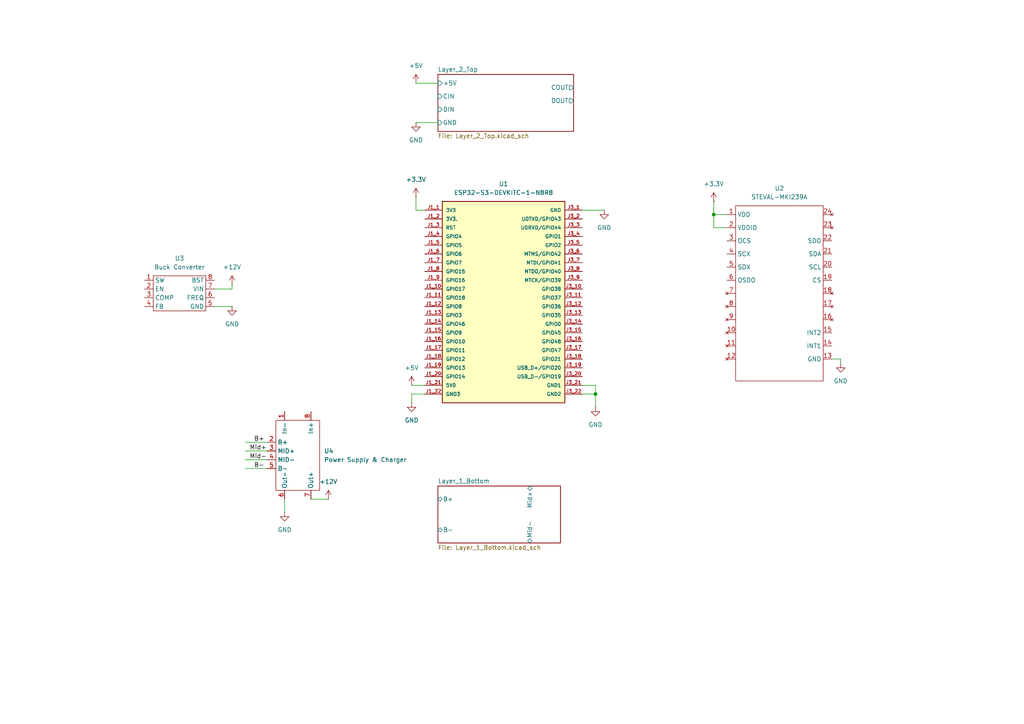
<source format=kicad_sch>
(kicad_sch
	(version 20250114)
	(generator "eeschema")
	(generator_version "9.0")
	(uuid "f709486d-613a-44bb-9859-6d5f77e05693")
	(paper "A4")
	(lib_symbols
		(symbol "ESP32-S3-DEVKITC-1-N8R8:ESP32-S3-DEVKITC-1-N8R8"
			(pin_names
				(offset 1.016)
			)
			(exclude_from_sim no)
			(in_bom yes)
			(on_board yes)
			(property "Reference" "U"
				(at -17.78 35.56 0)
				(effects
					(font
						(size 1.27 1.27)
					)
					(justify left top)
				)
			)
			(property "Value" "ESP32-S3-DEVKITC-1-N8R8"
				(at -17.78 -27.94 0)
				(effects
					(font
						(size 1.27 1.27)
					)
					(justify left bottom)
				)
			)
			(property "Footprint" "ESP32-S3-DEVKITC-1-N8R8:ESP32-S3-DEVKITC-1-N8R8"
				(at 0 0 0)
				(effects
					(font
						(size 1.27 1.27)
					)
					(justify bottom)
					(hide yes)
				)
			)
			(property "Datasheet" ""
				(at 0 0 0)
				(effects
					(font
						(size 1.27 1.27)
					)
					(hide yes)
				)
			)
			(property "Description" ""
				(at 0 0 0)
				(effects
					(font
						(size 1.27 1.27)
					)
					(hide yes)
				)
			)
			(property "DigiKey_Part_Number" "1965-ESP32-S3-DEVKITC-1-N8R8-ND"
				(at 0 0 0)
				(effects
					(font
						(size 1.27 1.27)
					)
					(justify bottom)
					(hide yes)
				)
			)
			(property "SnapEDA_Link" "https://www.snapeda.com/parts/ESP32-S3-DEVKITC-1-N8R8/Espressif+Systems/view-part/?ref=snap"
				(at 0 0 0)
				(effects
					(font
						(size 1.27 1.27)
					)
					(justify bottom)
					(hide yes)
				)
			)
			(property "Description_1" "The ESP32-S3-DEVKITC-1-N8R8 from Espressif Systems is a development board designed for RF, RFID, and wireless applications. It supports 802.11 b/g/n Wi-Fi and Bluetooth® 5.x (BLE) connectivity at 2.4GHz, making it ideal for IoT and wireless communication projects. This board is powered by the ESP32-S3-WROOM-1-N8R8 module, which features 8MB Quad SPI Flash and 8MB Octal SPI for efficient memory storage and processing."
				(at 0 0 0)
				(effects
					(font
						(size 1.27 1.27)
					)
					(justify bottom)
					(hide yes)
				)
			)
			(property "MF" "Espressif Systems"
				(at 0 0 0)
				(effects
					(font
						(size 1.27 1.27)
					)
					(justify bottom)
					(hide yes)
				)
			)
			(property "Package" "None"
				(at 0 0 0)
				(effects
					(font
						(size 1.27 1.27)
					)
					(justify bottom)
					(hide yes)
				)
			)
			(property "Check_prices" "https://www.snapeda.com/parts/ESP32-S3-DEVKITC-1-N8R8/Espressif+Systems/view-part/?ref=eda"
				(at 0 0 0)
				(effects
					(font
						(size 1.27 1.27)
					)
					(justify bottom)
					(hide yes)
				)
			)
			(property "MP" "ESP32-S3-DEVKITC-1-N8R8"
				(at 0 0 0)
				(effects
					(font
						(size 1.27 1.27)
					)
					(justify bottom)
					(hide yes)
				)
			)
			(symbol "ESP32-S3-DEVKITC-1-N8R8_0_0"
				(rectangle
					(start -17.78 -25.4)
					(end 17.78 33.02)
					(stroke
						(width 0.254)
						(type default)
					)
					(fill
						(type background)
					)
				)
				(pin power_in line
					(at -22.86 30.48 0)
					(length 5.08)
					(name "3V3"
						(effects
							(font
								(size 1.016 1.016)
							)
						)
					)
					(number "J1_1"
						(effects
							(font
								(size 1.016 1.016)
							)
						)
					)
				)
				(pin power_in line
					(at -22.86 27.94 0)
					(length 5.08)
					(name "3V3."
						(effects
							(font
								(size 1.016 1.016)
							)
						)
					)
					(number "J1_2"
						(effects
							(font
								(size 1.016 1.016)
							)
						)
					)
				)
				(pin input line
					(at -22.86 25.4 0)
					(length 5.08)
					(name "RST"
						(effects
							(font
								(size 1.016 1.016)
							)
						)
					)
					(number "J1_3"
						(effects
							(font
								(size 1.016 1.016)
							)
						)
					)
				)
				(pin bidirectional line
					(at -22.86 22.86 0)
					(length 5.08)
					(name "GPIO4"
						(effects
							(font
								(size 1.016 1.016)
							)
						)
					)
					(number "J1_4"
						(effects
							(font
								(size 1.016 1.016)
							)
						)
					)
				)
				(pin bidirectional line
					(at -22.86 20.32 0)
					(length 5.08)
					(name "GPIO5"
						(effects
							(font
								(size 1.016 1.016)
							)
						)
					)
					(number "J1_5"
						(effects
							(font
								(size 1.016 1.016)
							)
						)
					)
				)
				(pin bidirectional line
					(at -22.86 17.78 0)
					(length 5.08)
					(name "GPIO6"
						(effects
							(font
								(size 1.016 1.016)
							)
						)
					)
					(number "J1_6"
						(effects
							(font
								(size 1.016 1.016)
							)
						)
					)
				)
				(pin bidirectional line
					(at -22.86 15.24 0)
					(length 5.08)
					(name "GPIO7"
						(effects
							(font
								(size 1.016 1.016)
							)
						)
					)
					(number "J1_7"
						(effects
							(font
								(size 1.016 1.016)
							)
						)
					)
				)
				(pin bidirectional line
					(at -22.86 12.7 0)
					(length 5.08)
					(name "GPIO15"
						(effects
							(font
								(size 1.016 1.016)
							)
						)
					)
					(number "J1_8"
						(effects
							(font
								(size 1.016 1.016)
							)
						)
					)
				)
				(pin bidirectional line
					(at -22.86 10.16 0)
					(length 5.08)
					(name "GPIO16"
						(effects
							(font
								(size 1.016 1.016)
							)
						)
					)
					(number "J1_9"
						(effects
							(font
								(size 1.016 1.016)
							)
						)
					)
				)
				(pin bidirectional line
					(at -22.86 7.62 0)
					(length 5.08)
					(name "GPIO17"
						(effects
							(font
								(size 1.016 1.016)
							)
						)
					)
					(number "J1_10"
						(effects
							(font
								(size 1.016 1.016)
							)
						)
					)
				)
				(pin bidirectional line
					(at -22.86 5.08 0)
					(length 5.08)
					(name "GPIO18"
						(effects
							(font
								(size 1.016 1.016)
							)
						)
					)
					(number "J1_11"
						(effects
							(font
								(size 1.016 1.016)
							)
						)
					)
				)
				(pin bidirectional line
					(at -22.86 2.54 0)
					(length 5.08)
					(name "GPIO8"
						(effects
							(font
								(size 1.016 1.016)
							)
						)
					)
					(number "J1_12"
						(effects
							(font
								(size 1.016 1.016)
							)
						)
					)
				)
				(pin bidirectional line
					(at -22.86 0 0)
					(length 5.08)
					(name "GPIO3"
						(effects
							(font
								(size 1.016 1.016)
							)
						)
					)
					(number "J1_13"
						(effects
							(font
								(size 1.016 1.016)
							)
						)
					)
				)
				(pin bidirectional line
					(at -22.86 -2.54 0)
					(length 5.08)
					(name "GPIO46"
						(effects
							(font
								(size 1.016 1.016)
							)
						)
					)
					(number "J1_14"
						(effects
							(font
								(size 1.016 1.016)
							)
						)
					)
				)
				(pin bidirectional line
					(at -22.86 -5.08 0)
					(length 5.08)
					(name "GPIO9"
						(effects
							(font
								(size 1.016 1.016)
							)
						)
					)
					(number "J1_15"
						(effects
							(font
								(size 1.016 1.016)
							)
						)
					)
				)
				(pin bidirectional line
					(at -22.86 -7.62 0)
					(length 5.08)
					(name "GPIO10"
						(effects
							(font
								(size 1.016 1.016)
							)
						)
					)
					(number "J1_16"
						(effects
							(font
								(size 1.016 1.016)
							)
						)
					)
				)
				(pin bidirectional line
					(at -22.86 -10.16 0)
					(length 5.08)
					(name "GPIO11"
						(effects
							(font
								(size 1.016 1.016)
							)
						)
					)
					(number "J1_17"
						(effects
							(font
								(size 1.016 1.016)
							)
						)
					)
				)
				(pin bidirectional line
					(at -22.86 -12.7 0)
					(length 5.08)
					(name "GPIO12"
						(effects
							(font
								(size 1.016 1.016)
							)
						)
					)
					(number "J1_18"
						(effects
							(font
								(size 1.016 1.016)
							)
						)
					)
				)
				(pin bidirectional line
					(at -22.86 -15.24 0)
					(length 5.08)
					(name "GPIO13"
						(effects
							(font
								(size 1.016 1.016)
							)
						)
					)
					(number "J1_19"
						(effects
							(font
								(size 1.016 1.016)
							)
						)
					)
				)
				(pin bidirectional line
					(at -22.86 -17.78 0)
					(length 5.08)
					(name "GPIO14"
						(effects
							(font
								(size 1.016 1.016)
							)
						)
					)
					(number "J1_20"
						(effects
							(font
								(size 1.016 1.016)
							)
						)
					)
				)
				(pin power_in line
					(at -22.86 -20.32 0)
					(length 5.08)
					(name "5V0"
						(effects
							(font
								(size 1.016 1.016)
							)
						)
					)
					(number "J1_21"
						(effects
							(font
								(size 1.016 1.016)
							)
						)
					)
				)
				(pin power_in line
					(at -22.86 -22.86 0)
					(length 5.08)
					(name "GND3"
						(effects
							(font
								(size 1.016 1.016)
							)
						)
					)
					(number "J1_22"
						(effects
							(font
								(size 1.016 1.016)
							)
						)
					)
				)
				(pin power_in line
					(at 22.86 30.48 180)
					(length 5.08)
					(name "GND"
						(effects
							(font
								(size 1.016 1.016)
							)
						)
					)
					(number "J3_1"
						(effects
							(font
								(size 1.016 1.016)
							)
						)
					)
				)
				(pin bidirectional line
					(at 22.86 27.94 180)
					(length 5.08)
					(name "U0TXD/GPIO43"
						(effects
							(font
								(size 1.016 1.016)
							)
						)
					)
					(number "J3_2"
						(effects
							(font
								(size 1.016 1.016)
							)
						)
					)
				)
				(pin bidirectional line
					(at 22.86 25.4 180)
					(length 5.08)
					(name "U0RXD/GPIO44"
						(effects
							(font
								(size 1.016 1.016)
							)
						)
					)
					(number "J3_3"
						(effects
							(font
								(size 1.016 1.016)
							)
						)
					)
				)
				(pin bidirectional line
					(at 22.86 22.86 180)
					(length 5.08)
					(name "GPIO1"
						(effects
							(font
								(size 1.016 1.016)
							)
						)
					)
					(number "J3_4"
						(effects
							(font
								(size 1.016 1.016)
							)
						)
					)
				)
				(pin bidirectional line
					(at 22.86 20.32 180)
					(length 5.08)
					(name "GPIO2"
						(effects
							(font
								(size 1.016 1.016)
							)
						)
					)
					(number "J3_5"
						(effects
							(font
								(size 1.016 1.016)
							)
						)
					)
				)
				(pin bidirectional line
					(at 22.86 17.78 180)
					(length 5.08)
					(name "MTMS/GPIO42"
						(effects
							(font
								(size 1.016 1.016)
							)
						)
					)
					(number "J3_6"
						(effects
							(font
								(size 1.016 1.016)
							)
						)
					)
				)
				(pin bidirectional line
					(at 22.86 15.24 180)
					(length 5.08)
					(name "MTDI/GPIO41"
						(effects
							(font
								(size 1.016 1.016)
							)
						)
					)
					(number "J3_7"
						(effects
							(font
								(size 1.016 1.016)
							)
						)
					)
				)
				(pin bidirectional line
					(at 22.86 12.7 180)
					(length 5.08)
					(name "MTDO/GPIO40"
						(effects
							(font
								(size 1.016 1.016)
							)
						)
					)
					(number "J3_8"
						(effects
							(font
								(size 1.016 1.016)
							)
						)
					)
				)
				(pin bidirectional line
					(at 22.86 10.16 180)
					(length 5.08)
					(name "MTCK/GPIO39"
						(effects
							(font
								(size 1.016 1.016)
							)
						)
					)
					(number "J3_9"
						(effects
							(font
								(size 1.016 1.016)
							)
						)
					)
				)
				(pin bidirectional line
					(at 22.86 7.62 180)
					(length 5.08)
					(name "GPIO38"
						(effects
							(font
								(size 1.016 1.016)
							)
						)
					)
					(number "J3_10"
						(effects
							(font
								(size 1.016 1.016)
							)
						)
					)
				)
				(pin bidirectional line
					(at 22.86 5.08 180)
					(length 5.08)
					(name "GPIO37"
						(effects
							(font
								(size 1.016 1.016)
							)
						)
					)
					(number "J3_11"
						(effects
							(font
								(size 1.016 1.016)
							)
						)
					)
				)
				(pin bidirectional line
					(at 22.86 2.54 180)
					(length 5.08)
					(name "GPIO36"
						(effects
							(font
								(size 1.016 1.016)
							)
						)
					)
					(number "J3_12"
						(effects
							(font
								(size 1.016 1.016)
							)
						)
					)
				)
				(pin bidirectional line
					(at 22.86 0 180)
					(length 5.08)
					(name "GPIO35"
						(effects
							(font
								(size 1.016 1.016)
							)
						)
					)
					(number "J3_13"
						(effects
							(font
								(size 1.016 1.016)
							)
						)
					)
				)
				(pin bidirectional line
					(at 22.86 -2.54 180)
					(length 5.08)
					(name "GPIO0"
						(effects
							(font
								(size 1.016 1.016)
							)
						)
					)
					(number "J3_14"
						(effects
							(font
								(size 1.016 1.016)
							)
						)
					)
				)
				(pin bidirectional line
					(at 22.86 -5.08 180)
					(length 5.08)
					(name "GPIO45"
						(effects
							(font
								(size 1.016 1.016)
							)
						)
					)
					(number "J3_15"
						(effects
							(font
								(size 1.016 1.016)
							)
						)
					)
				)
				(pin bidirectional line
					(at 22.86 -7.62 180)
					(length 5.08)
					(name "GPIO48"
						(effects
							(font
								(size 1.016 1.016)
							)
						)
					)
					(number "J3_16"
						(effects
							(font
								(size 1.016 1.016)
							)
						)
					)
				)
				(pin bidirectional line
					(at 22.86 -10.16 180)
					(length 5.08)
					(name "GPIO47"
						(effects
							(font
								(size 1.016 1.016)
							)
						)
					)
					(number "J3_17"
						(effects
							(font
								(size 1.016 1.016)
							)
						)
					)
				)
				(pin bidirectional line
					(at 22.86 -12.7 180)
					(length 5.08)
					(name "GPIO21"
						(effects
							(font
								(size 1.016 1.016)
							)
						)
					)
					(number "J3_18"
						(effects
							(font
								(size 1.016 1.016)
							)
						)
					)
				)
				(pin bidirectional line
					(at 22.86 -15.24 180)
					(length 5.08)
					(name "USB_D+/GPIO20"
						(effects
							(font
								(size 1.016 1.016)
							)
						)
					)
					(number "J3_19"
						(effects
							(font
								(size 1.016 1.016)
							)
						)
					)
				)
				(pin bidirectional line
					(at 22.86 -17.78 180)
					(length 5.08)
					(name "USB_D-/GPIO19"
						(effects
							(font
								(size 1.016 1.016)
							)
						)
					)
					(number "J3_20"
						(effects
							(font
								(size 1.016 1.016)
							)
						)
					)
				)
				(pin power_in line
					(at 22.86 -20.32 180)
					(length 5.08)
					(name "GND1"
						(effects
							(font
								(size 1.016 1.016)
							)
						)
					)
					(number "J3_21"
						(effects
							(font
								(size 1.016 1.016)
							)
						)
					)
				)
				(pin power_in line
					(at 22.86 -22.86 180)
					(length 5.08)
					(name "GND2"
						(effects
							(font
								(size 1.016 1.016)
							)
						)
					)
					(number "J3_22"
						(effects
							(font
								(size 1.016 1.016)
							)
						)
					)
				)
			)
			(embedded_fonts no)
		)
		(symbol "power:+12V"
			(power)
			(pin_numbers
				(hide yes)
			)
			(pin_names
				(offset 0)
				(hide yes)
			)
			(exclude_from_sim no)
			(in_bom yes)
			(on_board yes)
			(property "Reference" "#PWR"
				(at 0 -3.81 0)
				(effects
					(font
						(size 1.27 1.27)
					)
					(hide yes)
				)
			)
			(property "Value" "+12V"
				(at 0 3.556 0)
				(effects
					(font
						(size 1.27 1.27)
					)
				)
			)
			(property "Footprint" ""
				(at 0 0 0)
				(effects
					(font
						(size 1.27 1.27)
					)
					(hide yes)
				)
			)
			(property "Datasheet" ""
				(at 0 0 0)
				(effects
					(font
						(size 1.27 1.27)
					)
					(hide yes)
				)
			)
			(property "Description" "Power symbol creates a global label with name \"+12V\""
				(at 0 0 0)
				(effects
					(font
						(size 1.27 1.27)
					)
					(hide yes)
				)
			)
			(property "ki_keywords" "global power"
				(at 0 0 0)
				(effects
					(font
						(size 1.27 1.27)
					)
					(hide yes)
				)
			)
			(symbol "+12V_0_1"
				(polyline
					(pts
						(xy -0.762 1.27) (xy 0 2.54)
					)
					(stroke
						(width 0)
						(type default)
					)
					(fill
						(type none)
					)
				)
				(polyline
					(pts
						(xy 0 2.54) (xy 0.762 1.27)
					)
					(stroke
						(width 0)
						(type default)
					)
					(fill
						(type none)
					)
				)
				(polyline
					(pts
						(xy 0 0) (xy 0 2.54)
					)
					(stroke
						(width 0)
						(type default)
					)
					(fill
						(type none)
					)
				)
			)
			(symbol "+12V_1_1"
				(pin power_in line
					(at 0 0 90)
					(length 0)
					(name "~"
						(effects
							(font
								(size 1.27 1.27)
							)
						)
					)
					(number "1"
						(effects
							(font
								(size 1.27 1.27)
							)
						)
					)
				)
			)
			(embedded_fonts no)
		)
		(symbol "power:+3.3V"
			(power)
			(pin_numbers
				(hide yes)
			)
			(pin_names
				(offset 0)
				(hide yes)
			)
			(exclude_from_sim no)
			(in_bom yes)
			(on_board yes)
			(property "Reference" "#PWR"
				(at 0 -3.81 0)
				(effects
					(font
						(size 1.27 1.27)
					)
					(hide yes)
				)
			)
			(property "Value" "+3.3V"
				(at 0 3.556 0)
				(effects
					(font
						(size 1.27 1.27)
					)
				)
			)
			(property "Footprint" ""
				(at 0 0 0)
				(effects
					(font
						(size 1.27 1.27)
					)
					(hide yes)
				)
			)
			(property "Datasheet" ""
				(at 0 0 0)
				(effects
					(font
						(size 1.27 1.27)
					)
					(hide yes)
				)
			)
			(property "Description" "Power symbol creates a global label with name \"+3.3V\""
				(at 0 0 0)
				(effects
					(font
						(size 1.27 1.27)
					)
					(hide yes)
				)
			)
			(property "ki_keywords" "global power"
				(at 0 0 0)
				(effects
					(font
						(size 1.27 1.27)
					)
					(hide yes)
				)
			)
			(symbol "+3.3V_0_1"
				(polyline
					(pts
						(xy -0.762 1.27) (xy 0 2.54)
					)
					(stroke
						(width 0)
						(type default)
					)
					(fill
						(type none)
					)
				)
				(polyline
					(pts
						(xy 0 2.54) (xy 0.762 1.27)
					)
					(stroke
						(width 0)
						(type default)
					)
					(fill
						(type none)
					)
				)
				(polyline
					(pts
						(xy 0 0) (xy 0 2.54)
					)
					(stroke
						(width 0)
						(type default)
					)
					(fill
						(type none)
					)
				)
			)
			(symbol "+3.3V_1_1"
				(pin power_in line
					(at 0 0 90)
					(length 0)
					(name "~"
						(effects
							(font
								(size 1.27 1.27)
							)
						)
					)
					(number "1"
						(effects
							(font
								(size 1.27 1.27)
							)
						)
					)
				)
			)
			(embedded_fonts no)
		)
		(symbol "power:+5V"
			(power)
			(pin_numbers
				(hide yes)
			)
			(pin_names
				(offset 0)
				(hide yes)
			)
			(exclude_from_sim no)
			(in_bom yes)
			(on_board yes)
			(property "Reference" "#PWR"
				(at 0 -3.81 0)
				(effects
					(font
						(size 1.27 1.27)
					)
					(hide yes)
				)
			)
			(property "Value" "+5V"
				(at 0 3.556 0)
				(effects
					(font
						(size 1.27 1.27)
					)
				)
			)
			(property "Footprint" ""
				(at 0 0 0)
				(effects
					(font
						(size 1.27 1.27)
					)
					(hide yes)
				)
			)
			(property "Datasheet" ""
				(at 0 0 0)
				(effects
					(font
						(size 1.27 1.27)
					)
					(hide yes)
				)
			)
			(property "Description" "Power symbol creates a global label with name \"+5V\""
				(at 0 0 0)
				(effects
					(font
						(size 1.27 1.27)
					)
					(hide yes)
				)
			)
			(property "ki_keywords" "global power"
				(at 0 0 0)
				(effects
					(font
						(size 1.27 1.27)
					)
					(hide yes)
				)
			)
			(symbol "+5V_0_1"
				(polyline
					(pts
						(xy -0.762 1.27) (xy 0 2.54)
					)
					(stroke
						(width 0)
						(type default)
					)
					(fill
						(type none)
					)
				)
				(polyline
					(pts
						(xy 0 2.54) (xy 0.762 1.27)
					)
					(stroke
						(width 0)
						(type default)
					)
					(fill
						(type none)
					)
				)
				(polyline
					(pts
						(xy 0 0) (xy 0 2.54)
					)
					(stroke
						(width 0)
						(type default)
					)
					(fill
						(type none)
					)
				)
			)
			(symbol "+5V_1_1"
				(pin power_in line
					(at 0 0 90)
					(length 0)
					(name "~"
						(effects
							(font
								(size 1.27 1.27)
							)
						)
					)
					(number "1"
						(effects
							(font
								(size 1.27 1.27)
							)
						)
					)
				)
			)
			(embedded_fonts no)
		)
		(symbol "power:GND"
			(power)
			(pin_numbers
				(hide yes)
			)
			(pin_names
				(offset 0)
				(hide yes)
			)
			(exclude_from_sim no)
			(in_bom yes)
			(on_board yes)
			(property "Reference" "#PWR"
				(at 0 -6.35 0)
				(effects
					(font
						(size 1.27 1.27)
					)
					(hide yes)
				)
			)
			(property "Value" "GND"
				(at 0 -3.81 0)
				(effects
					(font
						(size 1.27 1.27)
					)
				)
			)
			(property "Footprint" ""
				(at 0 0 0)
				(effects
					(font
						(size 1.27 1.27)
					)
					(hide yes)
				)
			)
			(property "Datasheet" ""
				(at 0 0 0)
				(effects
					(font
						(size 1.27 1.27)
					)
					(hide yes)
				)
			)
			(property "Description" "Power symbol creates a global label with name \"GND\" , ground"
				(at 0 0 0)
				(effects
					(font
						(size 1.27 1.27)
					)
					(hide yes)
				)
			)
			(property "ki_keywords" "global power"
				(at 0 0 0)
				(effects
					(font
						(size 1.27 1.27)
					)
					(hide yes)
				)
			)
			(symbol "GND_0_1"
				(polyline
					(pts
						(xy 0 0) (xy 0 -1.27) (xy 1.27 -1.27) (xy 0 -2.54) (xy -1.27 -1.27) (xy 0 -1.27)
					)
					(stroke
						(width 0)
						(type default)
					)
					(fill
						(type none)
					)
				)
			)
			(symbol "GND_1_1"
				(pin power_in line
					(at 0 0 270)
					(length 0)
					(name "~"
						(effects
							(font
								(size 1.27 1.27)
							)
						)
					)
					(number "1"
						(effects
							(font
								(size 1.27 1.27)
							)
						)
					)
				)
			)
			(embedded_fonts no)
		)
		(symbol "spinning_top:EGBO_UPS"
			(exclude_from_sim no)
			(in_bom yes)
			(on_board yes)
			(property "Reference" "U"
				(at 0 0 0)
				(effects
					(font
						(size 1.27 1.27)
					)
				)
			)
			(property "Value" "Power Supply & Charger"
				(at 0 0 0)
				(effects
					(font
						(size 1.27 1.27)
					)
				)
			)
			(property "Footprint" ""
				(at 0 0 0)
				(effects
					(font
						(size 1.27 1.27)
					)
					(hide yes)
				)
			)
			(property "Datasheet" ""
				(at 0 0 0)
				(effects
					(font
						(size 1.27 1.27)
					)
					(hide yes)
				)
			)
			(property "Description" ""
				(at 0 0 0)
				(effects
					(font
						(size 1.27 1.27)
					)
					(hide yes)
				)
			)
			(symbol "EGBO_UPS_0_1"
				(rectangle
					(start -6.35 10.16)
					(end 6.35 -10.16)
					(stroke
						(width 0)
						(type default)
					)
					(fill
						(type none)
					)
				)
				(rectangle
					(start 3.81 -3.81)
					(end 3.81 -3.81)
					(stroke
						(width 0)
						(type default)
					)
					(fill
						(type none)
					)
				)
			)
			(symbol "EGBO_UPS_1_1"
				(pin bidirectional line
					(at -8.89 3.81 0)
					(length 2.54)
					(name "B+"
						(effects
							(font
								(size 1.27 1.27)
							)
						)
					)
					(number "2"
						(effects
							(font
								(size 1.27 1.27)
							)
						)
					)
				)
				(pin bidirectional line
					(at -8.89 1.27 0)
					(length 2.54)
					(name "MID+"
						(effects
							(font
								(size 1.27 1.27)
							)
						)
					)
					(number "3"
						(effects
							(font
								(size 1.27 1.27)
							)
						)
					)
				)
				(pin bidirectional line
					(at -8.89 -1.27 0)
					(length 2.54)
					(name "MID-"
						(effects
							(font
								(size 1.27 1.27)
							)
						)
					)
					(number "4"
						(effects
							(font
								(size 1.27 1.27)
							)
						)
					)
				)
				(pin bidirectional line
					(at -8.89 -3.81 0)
					(length 2.54)
					(name "B-"
						(effects
							(font
								(size 1.27 1.27)
							)
						)
					)
					(number "5"
						(effects
							(font
								(size 1.27 1.27)
							)
						)
					)
				)
				(pin power_in line
					(at -3.81 12.7 270)
					(length 2.54)
					(name "In-"
						(effects
							(font
								(size 1.27 1.27)
							)
						)
					)
					(number "1"
						(effects
							(font
								(size 1.27 1.27)
							)
						)
					)
				)
				(pin power_out line
					(at -3.81 -12.7 90)
					(length 2.54)
					(name "Out-"
						(effects
							(font
								(size 1.27 1.27)
							)
						)
					)
					(number "6"
						(effects
							(font
								(size 1.27 1.27)
							)
						)
					)
				)
				(pin power_in line
					(at 3.81 12.7 270)
					(length 2.54)
					(name "In+"
						(effects
							(font
								(size 1.27 1.27)
							)
						)
					)
					(number "8"
						(effects
							(font
								(size 1.27 1.27)
							)
						)
					)
				)
				(pin power_out line
					(at 3.81 -12.7 90)
					(length 2.54)
					(name "Out+"
						(effects
							(font
								(size 1.27 1.27)
							)
						)
					)
					(number "7"
						(effects
							(font
								(size 1.27 1.27)
							)
						)
					)
				)
			)
			(embedded_fonts no)
		)
		(symbol "spinning_top:MP1584EN"
			(exclude_from_sim no)
			(in_bom yes)
			(on_board yes)
			(property "Reference" "U"
				(at 0 0 0)
				(effects
					(font
						(size 1.27 1.27)
					)
				)
			)
			(property "Value" "Buck Converter"
				(at 0 0 0)
				(effects
					(font
						(size 1.27 1.27)
					)
				)
			)
			(property "Footprint" ""
				(at 0 0 0)
				(effects
					(font
						(size 1.27 1.27)
					)
					(hide yes)
				)
			)
			(property "Datasheet" ""
				(at 0 0 0)
				(effects
					(font
						(size 1.27 1.27)
					)
					(hide yes)
				)
			)
			(property "Description" ""
				(at 0 0 0)
				(effects
					(font
						(size 1.27 1.27)
					)
					(hide yes)
				)
			)
			(symbol "MP1584EN_0_1"
				(rectangle
					(start -7.62 5.08)
					(end 7.62 -5.08)
					(stroke
						(width 0)
						(type default)
					)
					(fill
						(type none)
					)
				)
			)
			(symbol "MP1584EN_1_1"
				(pin output line
					(at -10.16 3.81 0)
					(length 2.54)
					(name "SW"
						(effects
							(font
								(size 1.27 1.27)
							)
						)
					)
					(number "1"
						(effects
							(font
								(size 1.27 1.27)
							)
						)
					)
				)
				(pin input line
					(at -10.16 1.27 0)
					(length 2.54)
					(name "EN"
						(effects
							(font
								(size 1.27 1.27)
							)
						)
					)
					(number "2"
						(effects
							(font
								(size 1.27 1.27)
							)
						)
					)
				)
				(pin output line
					(at -10.16 -1.27 0)
					(length 2.54)
					(name "COMP"
						(effects
							(font
								(size 1.27 1.27)
							)
						)
					)
					(number "3"
						(effects
							(font
								(size 1.27 1.27)
							)
						)
					)
				)
				(pin input line
					(at -10.16 -3.81 0)
					(length 2.54)
					(name "FB"
						(effects
							(font
								(size 1.27 1.27)
							)
						)
					)
					(number "4"
						(effects
							(font
								(size 1.27 1.27)
							)
						)
					)
				)
				(pin input line
					(at 10.16 3.81 180)
					(length 2.54)
					(name "BST"
						(effects
							(font
								(size 1.27 1.27)
							)
						)
					)
					(number "8"
						(effects
							(font
								(size 1.27 1.27)
							)
						)
					)
				)
				(pin input line
					(at 10.16 1.27 180)
					(length 2.54)
					(name "VIN"
						(effects
							(font
								(size 1.27 1.27)
							)
						)
					)
					(number "7"
						(effects
							(font
								(size 1.27 1.27)
							)
						)
					)
				)
				(pin input line
					(at 10.16 -1.27 180)
					(length 2.54)
					(name "FREQ"
						(effects
							(font
								(size 1.27 1.27)
							)
						)
					)
					(number "6"
						(effects
							(font
								(size 1.27 1.27)
							)
						)
					)
				)
				(pin input line
					(at 10.16 -3.81 180)
					(length 2.54)
					(name "GND"
						(effects
							(font
								(size 1.27 1.27)
							)
						)
					)
					(number "5"
						(effects
							(font
								(size 1.27 1.27)
							)
						)
					)
				)
			)
			(embedded_fonts no)
		)
		(symbol "spinning_top:STEVAL-MKI239A"
			(exclude_from_sim no)
			(in_bom yes)
			(on_board yes)
			(property "Reference" "U"
				(at 0 0 0)
				(effects
					(font
						(size 1.27 1.27)
					)
				)
			)
			(property "Value" "STEVAL-MKI239A"
				(at 0 0 0)
				(effects
					(font
						(size 1.27 1.27)
					)
				)
			)
			(property "Footprint" ""
				(at 0 0 0)
				(effects
					(font
						(size 1.27 1.27)
					)
					(hide yes)
				)
			)
			(property "Datasheet" ""
				(at 0 0 0)
				(effects
					(font
						(size 1.27 1.27)
					)
					(hide yes)
				)
			)
			(property "Description" ""
				(at 0 0 0)
				(effects
					(font
						(size 1.27 1.27)
					)
					(hide yes)
				)
			)
			(symbol "STEVAL-MKI239A_0_1"
				(rectangle
					(start -12.7 25.4)
					(end 12.7 -25.4)
					(stroke
						(width 0)
						(type default)
					)
					(fill
						(type none)
					)
				)
			)
			(symbol "STEVAL-MKI239A_1_1"
				(pin power_in line
					(at -15.24 22.86 0)
					(length 2.54)
					(name "VDD"
						(effects
							(font
								(size 1.27 1.27)
							)
						)
					)
					(number "1"
						(effects
							(font
								(size 1.27 1.27)
							)
						)
					)
				)
				(pin power_in line
					(at -15.24 19.05 0)
					(length 2.54)
					(name "VDDIO"
						(effects
							(font
								(size 1.27 1.27)
							)
						)
					)
					(number "2"
						(effects
							(font
								(size 1.27 1.27)
							)
						)
					)
				)
				(pin input line
					(at -15.24 15.24 0)
					(length 2.54)
					(name "OCS"
						(effects
							(font
								(size 1.27 1.27)
							)
						)
					)
					(number "3"
						(effects
							(font
								(size 1.27 1.27)
							)
						)
					)
				)
				(pin input line
					(at -15.24 11.43 0)
					(length 2.54)
					(name "SCX"
						(effects
							(font
								(size 1.27 1.27)
							)
						)
					)
					(number "4"
						(effects
							(font
								(size 1.27 1.27)
							)
						)
					)
				)
				(pin input line
					(at -15.24 7.62 0)
					(length 2.54)
					(name "SDX"
						(effects
							(font
								(size 1.27 1.27)
							)
						)
					)
					(number "5"
						(effects
							(font
								(size 1.27 1.27)
							)
						)
					)
				)
				(pin output line
					(at -15.24 3.81 0)
					(length 2.54)
					(name "OSDO"
						(effects
							(font
								(size 1.27 1.27)
							)
						)
					)
					(number "6"
						(effects
							(font
								(size 1.27 1.27)
							)
						)
					)
				)
				(pin no_connect line
					(at -15.24 0 0)
					(length 2.54)
					(name ""
						(effects
							(font
								(size 1.27 1.27)
							)
						)
					)
					(number "7"
						(effects
							(font
								(size 1.27 1.27)
							)
						)
					)
				)
				(pin no_connect line
					(at -15.24 -3.81 0)
					(length 2.54)
					(name ""
						(effects
							(font
								(size 1.27 1.27)
							)
						)
					)
					(number "8"
						(effects
							(font
								(size 1.27 1.27)
							)
						)
					)
				)
				(pin no_connect line
					(at -15.24 -7.62 0)
					(length 2.54)
					(name ""
						(effects
							(font
								(size 1.27 1.27)
							)
						)
					)
					(number "9"
						(effects
							(font
								(size 1.27 1.27)
							)
						)
					)
				)
				(pin no_connect line
					(at -15.24 -11.43 0)
					(length 2.54)
					(name ""
						(effects
							(font
								(size 1.27 1.27)
							)
						)
					)
					(number "10"
						(effects
							(font
								(size 1.27 1.27)
							)
						)
					)
				)
				(pin no_connect line
					(at -15.24 -15.24 0)
					(length 2.54)
					(name ""
						(effects
							(font
								(size 1.27 1.27)
							)
						)
					)
					(number "11"
						(effects
							(font
								(size 1.27 1.27)
							)
						)
					)
				)
				(pin no_connect line
					(at -15.24 -19.05 0)
					(length 2.54)
					(name ""
						(effects
							(font
								(size 1.27 1.27)
							)
						)
					)
					(number "12"
						(effects
							(font
								(size 1.27 1.27)
							)
						)
					)
				)
				(pin no_connect line
					(at 15.24 22.86 180)
					(length 2.54)
					(name ""
						(effects
							(font
								(size 1.27 1.27)
							)
						)
					)
					(number "24"
						(effects
							(font
								(size 1.27 1.27)
							)
						)
					)
				)
				(pin no_connect line
					(at 15.24 19.05 180)
					(length 2.54)
					(name ""
						(effects
							(font
								(size 1.27 1.27)
							)
						)
					)
					(number "23"
						(effects
							(font
								(size 1.27 1.27)
							)
						)
					)
				)
				(pin output line
					(at 15.24 15.24 180)
					(length 2.54)
					(name "SDO"
						(effects
							(font
								(size 1.27 1.27)
							)
						)
					)
					(number "22"
						(effects
							(font
								(size 1.27 1.27)
							)
						)
					)
				)
				(pin bidirectional line
					(at 15.24 11.43 180)
					(length 2.54)
					(name "SDA"
						(effects
							(font
								(size 1.27 1.27)
							)
						)
					)
					(number "21"
						(effects
							(font
								(size 1.27 1.27)
							)
						)
					)
				)
				(pin input line
					(at 15.24 7.62 180)
					(length 2.54)
					(name "SCL"
						(effects
							(font
								(size 1.27 1.27)
							)
						)
					)
					(number "20"
						(effects
							(font
								(size 1.27 1.27)
							)
						)
					)
				)
				(pin input line
					(at 15.24 3.81 180)
					(length 2.54)
					(name "CS"
						(effects
							(font
								(size 1.27 1.27)
							)
						)
					)
					(number "19"
						(effects
							(font
								(size 1.27 1.27)
							)
						)
					)
				)
				(pin no_connect line
					(at 15.24 0 180)
					(length 2.54)
					(name ""
						(effects
							(font
								(size 1.27 1.27)
							)
						)
					)
					(number "18"
						(effects
							(font
								(size 1.27 1.27)
							)
						)
					)
				)
				(pin no_connect line
					(at 15.24 -3.81 180)
					(length 2.54)
					(name ""
						(effects
							(font
								(size 1.27 1.27)
							)
						)
					)
					(number "17"
						(effects
							(font
								(size 1.27 1.27)
							)
						)
					)
				)
				(pin no_connect line
					(at 15.24 -7.62 180)
					(length 2.54)
					(name ""
						(effects
							(font
								(size 1.27 1.27)
							)
						)
					)
					(number "16"
						(effects
							(font
								(size 1.27 1.27)
							)
						)
					)
				)
				(pin input line
					(at 15.24 -11.43 180)
					(length 2.54)
					(name "INT2"
						(effects
							(font
								(size 1.27 1.27)
							)
						)
					)
					(number "15"
						(effects
							(font
								(size 1.27 1.27)
							)
						)
					)
				)
				(pin input line
					(at 15.24 -15.24 180)
					(length 2.54)
					(name "INT1"
						(effects
							(font
								(size 1.27 1.27)
							)
						)
					)
					(number "14"
						(effects
							(font
								(size 1.27 1.27)
							)
						)
					)
				)
				(pin power_in line
					(at 15.24 -19.05 180)
					(length 2.54)
					(name "GND"
						(effects
							(font
								(size 1.27 1.27)
							)
						)
					)
					(number "13"
						(effects
							(font
								(size 1.27 1.27)
							)
						)
					)
				)
			)
			(embedded_fonts no)
		)
	)
	(junction
		(at 172.72 114.3)
		(diameter 0)
		(color 0 0 0 0)
		(uuid "0bc6b49b-cd42-4063-b89a-efc7d0b5d0db")
	)
	(junction
		(at 207.01 62.23)
		(diameter 0)
		(color 0 0 0 0)
		(uuid "24201fbd-fb30-4e8c-bbcd-8196fdafaeb7")
	)
	(wire
		(pts
			(xy 120.65 24.13) (xy 127 24.13)
		)
		(stroke
			(width 0)
			(type default)
		)
		(uuid "0b2e98f3-c201-486c-8a97-075c505b67ed")
	)
	(wire
		(pts
			(xy 119.38 114.3) (xy 119.38 116.84)
		)
		(stroke
			(width 0)
			(type default)
		)
		(uuid "0e42b665-eaaa-4421-943a-cabb1dd21414")
	)
	(wire
		(pts
			(xy 120.65 35.56) (xy 127 35.56)
		)
		(stroke
			(width 0)
			(type default)
		)
		(uuid "0fb0aa52-6325-4555-82da-8d19d08e22ba")
	)
	(wire
		(pts
			(xy 172.72 114.3) (xy 172.72 118.11)
		)
		(stroke
			(width 0)
			(type default)
		)
		(uuid "1668d635-3c5c-45d3-9b8e-589d9134e2e0")
	)
	(wire
		(pts
			(xy 168.91 111.76) (xy 172.72 111.76)
		)
		(stroke
			(width 0)
			(type default)
		)
		(uuid "26f3d60d-b89d-4667-84d3-527a12761966")
	)
	(wire
		(pts
			(xy 210.82 66.04) (xy 207.01 66.04)
		)
		(stroke
			(width 0)
			(type default)
		)
		(uuid "27fa3732-9d79-405b-9b97-a0bc5c05da25")
	)
	(wire
		(pts
			(xy 243.84 104.14) (xy 243.84 105.41)
		)
		(stroke
			(width 0)
			(type default)
		)
		(uuid "2e68fbe9-6668-4410-95d4-3f6768cf6bc0")
	)
	(wire
		(pts
			(xy 123.19 114.3) (xy 119.38 114.3)
		)
		(stroke
			(width 0)
			(type default)
		)
		(uuid "3a1a6603-5deb-4e7a-9942-79f29840bad7")
	)
	(wire
		(pts
			(xy 207.01 66.04) (xy 207.01 62.23)
		)
		(stroke
			(width 0)
			(type default)
		)
		(uuid "43f4a719-a85d-461a-a542-63be4339110e")
	)
	(wire
		(pts
			(xy 67.31 82.55) (xy 67.31 83.82)
		)
		(stroke
			(width 0)
			(type default)
		)
		(uuid "511f2943-404c-48e8-8a63-000b47362961")
	)
	(wire
		(pts
			(xy 90.17 144.78) (xy 95.25 144.78)
		)
		(stroke
			(width 0)
			(type default)
		)
		(uuid "533473f2-5c77-49fa-a37a-d068523e8c65")
	)
	(wire
		(pts
			(xy 241.3 104.14) (xy 243.84 104.14)
		)
		(stroke
			(width 0)
			(type default)
		)
		(uuid "640b2837-3c21-4a81-9b26-30d4b7057f1e")
	)
	(wire
		(pts
			(xy 120.65 57.15) (xy 120.65 60.96)
		)
		(stroke
			(width 0)
			(type default)
		)
		(uuid "64cbc8f2-d4e0-46f2-a2fe-02491f911158")
	)
	(wire
		(pts
			(xy 71.12 128.27) (xy 77.47 128.27)
		)
		(stroke
			(width 0)
			(type default)
		)
		(uuid "652ffcc4-4cf2-465f-99be-08e11b73ffef")
	)
	(wire
		(pts
			(xy 120.65 60.96) (xy 123.19 60.96)
		)
		(stroke
			(width 0)
			(type default)
		)
		(uuid "6c940ac9-cfb7-4b3e-9b5d-3aa81c063d8f")
	)
	(wire
		(pts
			(xy 62.23 83.82) (xy 67.31 83.82)
		)
		(stroke
			(width 0)
			(type default)
		)
		(uuid "711fa028-e114-4e6d-aaf5-9bd241a173b1")
	)
	(wire
		(pts
			(xy 71.12 130.81) (xy 77.47 130.81)
		)
		(stroke
			(width 0)
			(type default)
		)
		(uuid "843cb129-9598-419a-936a-73e372eba09f")
	)
	(wire
		(pts
			(xy 168.91 60.96) (xy 175.26 60.96)
		)
		(stroke
			(width 0)
			(type default)
		)
		(uuid "8a725dee-f2d4-4e3e-bcb2-079a0c4eb629")
	)
	(wire
		(pts
			(xy 119.38 111.76) (xy 123.19 111.76)
		)
		(stroke
			(width 0)
			(type default)
		)
		(uuid "9b9bd250-46ec-4599-91b6-be8b1277a542")
	)
	(wire
		(pts
			(xy 71.12 135.89) (xy 77.47 135.89)
		)
		(stroke
			(width 0)
			(type default)
		)
		(uuid "9d717e46-e621-4818-ab69-0c6db6a3a43c")
	)
	(wire
		(pts
			(xy 62.23 88.9) (xy 67.31 88.9)
		)
		(stroke
			(width 0)
			(type default)
		)
		(uuid "a4495c51-2697-45f6-8e9b-b32eb7e1a1b8")
	)
	(wire
		(pts
			(xy 207.01 58.42) (xy 207.01 62.23)
		)
		(stroke
			(width 0)
			(type default)
		)
		(uuid "b66502f5-a71c-4bad-b1fb-a1bb6e62608c")
	)
	(wire
		(pts
			(xy 172.72 111.76) (xy 172.72 114.3)
		)
		(stroke
			(width 0)
			(type default)
		)
		(uuid "bbd29d30-2af6-44e1-81d7-3933f1bfc1e7")
	)
	(wire
		(pts
			(xy 168.91 114.3) (xy 172.72 114.3)
		)
		(stroke
			(width 0)
			(type default)
		)
		(uuid "c1cfc03e-6674-4d17-93cd-73d56ce6fe50")
	)
	(wire
		(pts
			(xy 71.12 133.35) (xy 77.47 133.35)
		)
		(stroke
			(width 0)
			(type default)
		)
		(uuid "c37f58f9-8fb6-4126-abdf-7158f5042bdd")
	)
	(wire
		(pts
			(xy 210.82 62.23) (xy 207.01 62.23)
		)
		(stroke
			(width 0)
			(type default)
		)
		(uuid "cbbb4b90-45ff-4f78-ab3e-77a333362c39")
	)
	(wire
		(pts
			(xy 82.55 144.78) (xy 82.55 148.59)
		)
		(stroke
			(width 0)
			(type default)
		)
		(uuid "fcbd5396-ce51-4035-ace8-434716aa3dd8")
	)
	(label "3.3v_jyro"
		(at 207.01 58.42 0)
		(effects
			(font
				(size 0.0254 0.0254)
			)
			(justify left bottom)
		)
		(uuid "06be755a-ed80-409f-babf-ad2a6ef491aa")
	)
	(label "Mid-"
		(at 72.39 133.35 0)
		(effects
			(font
				(size 1.27 1.27)
			)
			(justify left bottom)
		)
		(uuid "6252974d-3dc3-4024-98a7-93b955393840")
	)
	(label "B+"
		(at 73.66 128.27 0)
		(effects
			(font
				(size 1.27 1.27)
			)
			(justify left bottom)
		)
		(uuid "bef89618-ee5e-4c3e-a964-cc331ab9f936")
	)
	(label "B-"
		(at 73.66 135.89 0)
		(effects
			(font
				(size 1.27 1.27)
			)
			(justify left bottom)
		)
		(uuid "ed0e4136-d827-454b-aded-268fda4256c5")
	)
	(label "Mid+"
		(at 72.39 130.81 0)
		(effects
			(font
				(size 1.27 1.27)
			)
			(justify left bottom)
		)
		(uuid "f06f4ca1-24f2-422f-93c1-3459cc0a6298")
	)
	(symbol
		(lib_id "power:+5V")
		(at 119.38 111.76 0)
		(unit 1)
		(exclude_from_sim no)
		(in_bom yes)
		(on_board yes)
		(dnp no)
		(fields_autoplaced yes)
		(uuid "1153566a-f537-47c7-bd3a-14cdb4cce6f1")
		(property "Reference" "#PWR04"
			(at 119.38 115.57 0)
			(effects
				(font
					(size 1.27 1.27)
				)
				(hide yes)
			)
		)
		(property "Value" "+5V"
			(at 119.38 106.68 0)
			(effects
				(font
					(size 1.27 1.27)
				)
			)
		)
		(property "Footprint" ""
			(at 119.38 111.76 0)
			(effects
				(font
					(size 1.27 1.27)
				)
				(hide yes)
			)
		)
		(property "Datasheet" ""
			(at 119.38 111.76 0)
			(effects
				(font
					(size 1.27 1.27)
				)
				(hide yes)
			)
		)
		(property "Description" "Power symbol creates a global label with name \"+5V\""
			(at 119.38 111.76 0)
			(effects
				(font
					(size 1.27 1.27)
				)
				(hide yes)
			)
		)
		(pin "1"
			(uuid "47f3b75e-f15d-460e-8257-0f849efc436b")
		)
		(instances
			(project ""
				(path "/f709486d-613a-44bb-9859-6d5f77e05693"
					(reference "#PWR04")
					(unit 1)
				)
			)
		)
	)
	(symbol
		(lib_id "spinning_top:EGBO_UPS")
		(at 86.36 132.08 0)
		(unit 1)
		(exclude_from_sim no)
		(in_bom yes)
		(on_board yes)
		(dnp no)
		(fields_autoplaced yes)
		(uuid "1ac2226a-4bae-479d-9f10-5b2f4e166b33")
		(property "Reference" "U4"
			(at 93.98 130.8099 0)
			(effects
				(font
					(size 1.27 1.27)
				)
				(justify left)
			)
		)
		(property "Value" "Power Supply & Charger"
			(at 93.98 133.3499 0)
			(effects
				(font
					(size 1.27 1.27)
				)
				(justify left)
			)
		)
		(property "Footprint" ""
			(at 86.36 132.08 0)
			(effects
				(font
					(size 1.27 1.27)
				)
				(hide yes)
			)
		)
		(property "Datasheet" ""
			(at 86.36 132.08 0)
			(effects
				(font
					(size 1.27 1.27)
				)
				(hide yes)
			)
		)
		(property "Description" ""
			(at 86.36 132.08 0)
			(effects
				(font
					(size 1.27 1.27)
				)
				(hide yes)
			)
		)
		(pin "4"
			(uuid "efa1dff9-e9c6-42f6-9a10-11eb86f97b5b")
		)
		(pin "6"
			(uuid "1613e9c1-f214-404b-aa2e-303b8daa22e8")
		)
		(pin "3"
			(uuid "20cdb8b2-21d1-4718-bd27-c7e458c9fe91")
		)
		(pin "5"
			(uuid "bdd70b96-33ea-4b1b-a28d-099592c6bc40")
		)
		(pin "2"
			(uuid "00bcb3d1-6399-47a2-bccd-e5cdf70e1d57")
		)
		(pin "1"
			(uuid "12b34e23-870a-4edf-baed-455f7fb02abc")
		)
		(pin "7"
			(uuid "432f0f0c-6cbc-464a-873a-467fd0b27ebe")
		)
		(pin "8"
			(uuid "f6ca1939-ef4e-4a38-a7d6-dfc935208a61")
		)
		(instances
			(project ""
				(path "/f709486d-613a-44bb-9859-6d5f77e05693"
					(reference "U4")
					(unit 1)
				)
			)
		)
	)
	(symbol
		(lib_id "power:+3.3V")
		(at 120.65 57.15 0)
		(unit 1)
		(exclude_from_sim no)
		(in_bom yes)
		(on_board yes)
		(dnp no)
		(fields_autoplaced yes)
		(uuid "34d8965a-4451-4ea0-bb1d-8230aa528c04")
		(property "Reference" "#PWR06"
			(at 120.65 60.96 0)
			(effects
				(font
					(size 1.27 1.27)
				)
				(hide yes)
			)
		)
		(property "Value" "+3.3V"
			(at 120.65 52.07 0)
			(effects
				(font
					(size 1.27 1.27)
				)
			)
		)
		(property "Footprint" ""
			(at 120.65 57.15 0)
			(effects
				(font
					(size 1.27 1.27)
				)
				(hide yes)
			)
		)
		(property "Datasheet" ""
			(at 120.65 57.15 0)
			(effects
				(font
					(size 1.27 1.27)
				)
				(hide yes)
			)
		)
		(property "Description" "Power symbol creates a global label with name \"+3.3V\""
			(at 120.65 57.15 0)
			(effects
				(font
					(size 1.27 1.27)
				)
				(hide yes)
			)
		)
		(pin "1"
			(uuid "c487ba09-eb10-465e-b057-53c4001d4b14")
		)
		(instances
			(project ""
				(path "/f709486d-613a-44bb-9859-6d5f77e05693"
					(reference "#PWR06")
					(unit 1)
				)
			)
		)
	)
	(symbol
		(lib_id "spinning_top:STEVAL-MKI239A")
		(at 226.06 85.09 0)
		(unit 1)
		(exclude_from_sim no)
		(in_bom yes)
		(on_board yes)
		(dnp no)
		(fields_autoplaced yes)
		(uuid "3cabc3db-919c-4303-a7cc-ee2b5b191fa7")
		(property "Reference" "U2"
			(at 226.06 54.61 0)
			(effects
				(font
					(size 1.27 1.27)
				)
			)
		)
		(property "Value" "STEVAL-MKI239A"
			(at 226.06 57.15 0)
			(effects
				(font
					(size 1.27 1.27)
				)
			)
		)
		(property "Footprint" ""
			(at 226.06 85.09 0)
			(effects
				(font
					(size 1.27 1.27)
				)
				(hide yes)
			)
		)
		(property "Datasheet" ""
			(at 226.06 85.09 0)
			(effects
				(font
					(size 1.27 1.27)
				)
				(hide yes)
			)
		)
		(property "Description" ""
			(at 226.06 85.09 0)
			(effects
				(font
					(size 1.27 1.27)
				)
				(hide yes)
			)
		)
		(pin "3"
			(uuid "40ae2d2a-aa06-45ad-bad3-55ca07d573e3")
		)
		(pin "2"
			(uuid "1f0f7952-6dcc-4c53-913e-dcb840c1e7b5")
		)
		(pin "1"
			(uuid "f739df46-4b01-4ca6-8371-9cdb2e4389dc")
		)
		(pin "23"
			(uuid "4683e238-9bb6-443a-90aa-d2d96240a71b")
		)
		(pin "4"
			(uuid "bd68d9de-fc7a-434c-a1b1-9ece01ff2c56")
		)
		(pin "5"
			(uuid "23c56f61-d3e7-4f80-a3da-38603230c70d")
		)
		(pin "7"
			(uuid "d4f544f7-558d-46b6-88ac-9078230275b5")
		)
		(pin "9"
			(uuid "6cb37fe2-bf2e-41e3-b15c-490bef040aeb")
		)
		(pin "10"
			(uuid "91976827-9327-4362-8fd8-cbacda7e0a1a")
		)
		(pin "11"
			(uuid "cfe58a45-3c65-4cb1-89d1-b888ea174e8d")
		)
		(pin "8"
			(uuid "e3001278-dcc9-41ff-95ed-784797bfa416")
		)
		(pin "12"
			(uuid "123e2fb6-9775-4bc6-8c45-d0da505ecc09")
		)
		(pin "6"
			(uuid "f8bf0186-37d8-44e9-b7b8-063ef2ca33ef")
		)
		(pin "24"
			(uuid "1c4736ae-c5e6-489f-a15f-720aab5c4e36")
		)
		(pin "19"
			(uuid "798cad19-e0b6-4aea-9e99-ca2612c08a30")
		)
		(pin "14"
			(uuid "72d0d1e6-dcb5-462f-8613-1934a898945f")
		)
		(pin "20"
			(uuid "a124c7b9-a5de-45c8-8550-be722855b1e8")
		)
		(pin "18"
			(uuid "d70a98b6-b389-4abf-a32d-aea5a94e4fdd")
		)
		(pin "15"
			(uuid "486cbe3b-546f-406e-98f5-7d1300108d1a")
		)
		(pin "21"
			(uuid "0c1ca30d-6b23-4604-a4b4-a9933d371037")
		)
		(pin "17"
			(uuid "29e7d572-71d3-4905-a341-45b12c1f4f5b")
		)
		(pin "16"
			(uuid "f0bfa8ad-b278-45b6-85b7-40e1a6265908")
		)
		(pin "13"
			(uuid "c150f85a-a8a4-4bac-8010-be21691b3b92")
		)
		(pin "22"
			(uuid "65838c29-d58d-47d3-ae7c-bc0d922dc054")
		)
		(instances
			(project ""
				(path "/f709486d-613a-44bb-9859-6d5f77e05693"
					(reference "U2")
					(unit 1)
				)
			)
		)
	)
	(symbol
		(lib_id "power:+3.3V")
		(at 207.01 58.42 0)
		(unit 1)
		(exclude_from_sim no)
		(in_bom yes)
		(on_board yes)
		(dnp no)
		(fields_autoplaced yes)
		(uuid "4c31e53f-8ccb-433e-9b05-d0d10108f8a3")
		(property "Reference" "#PWR05"
			(at 207.01 62.23 0)
			(effects
				(font
					(size 1.27 1.27)
				)
				(hide yes)
			)
		)
		(property "Value" "+3.3V"
			(at 207.01 53.34 0)
			(effects
				(font
					(size 1.27 1.27)
				)
			)
		)
		(property "Footprint" ""
			(at 207.01 58.42 0)
			(effects
				(font
					(size 1.27 1.27)
				)
				(hide yes)
			)
		)
		(property "Datasheet" ""
			(at 207.01 58.42 0)
			(effects
				(font
					(size 1.27 1.27)
				)
				(hide yes)
			)
		)
		(property "Description" "Power symbol creates a global label with name \"+3.3V\""
			(at 207.01 58.42 0)
			(effects
				(font
					(size 1.27 1.27)
				)
				(hide yes)
			)
		)
		(pin "1"
			(uuid "f55863d2-ccfb-44a3-b7fe-7cc3f0ac4257")
		)
		(instances
			(project ""
				(path "/f709486d-613a-44bb-9859-6d5f77e05693"
					(reference "#PWR05")
					(unit 1)
				)
			)
		)
	)
	(symbol
		(lib_id "power:GND")
		(at 67.31 88.9 0)
		(unit 1)
		(exclude_from_sim no)
		(in_bom yes)
		(on_board yes)
		(dnp no)
		(fields_autoplaced yes)
		(uuid "4ea1ad91-0f22-4a24-a578-49fd64a96984")
		(property "Reference" "#PWR08"
			(at 67.31 95.25 0)
			(effects
				(font
					(size 1.27 1.27)
				)
				(hide yes)
			)
		)
		(property "Value" "GND"
			(at 67.31 93.98 0)
			(effects
				(font
					(size 1.27 1.27)
				)
			)
		)
		(property "Footprint" ""
			(at 67.31 88.9 0)
			(effects
				(font
					(size 1.27 1.27)
				)
				(hide yes)
			)
		)
		(property "Datasheet" ""
			(at 67.31 88.9 0)
			(effects
				(font
					(size 1.27 1.27)
				)
				(hide yes)
			)
		)
		(property "Description" "Power symbol creates a global label with name \"GND\" , ground"
			(at 67.31 88.9 0)
			(effects
				(font
					(size 1.27 1.27)
				)
				(hide yes)
			)
		)
		(pin "1"
			(uuid "1b7aec3e-e61f-4a9f-a1e5-2f87cc45c5a8")
		)
		(instances
			(project ""
				(path "/f709486d-613a-44bb-9859-6d5f77e05693"
					(reference "#PWR08")
					(unit 1)
				)
			)
		)
	)
	(symbol
		(lib_id "ESP32-S3-DEVKITC-1-N8R8:ESP32-S3-DEVKITC-1-N8R8")
		(at 146.05 91.44 0)
		(unit 1)
		(exclude_from_sim no)
		(in_bom yes)
		(on_board yes)
		(dnp no)
		(fields_autoplaced yes)
		(uuid "5e36f29d-258c-4501-872b-1df80de8d2a4")
		(property "Reference" "U1"
			(at 146.05 53.34 0)
			(effects
				(font
					(size 1.27 1.27)
				)
			)
		)
		(property "Value" "ESP32-S3-DEVKITC-1-N8R8"
			(at 146.05 55.88 0)
			(effects
				(font
					(size 1.27 1.27)
				)
			)
		)
		(property "Footprint" "ESP32-S3-DEVKITC-1-N8R8:ESP32-S3-DEVKITC-1-N8R8"
			(at 146.05 91.44 0)
			(effects
				(font
					(size 1.27 1.27)
				)
				(justify bottom)
				(hide yes)
			)
		)
		(property "Datasheet" ""
			(at 146.05 91.44 0)
			(effects
				(font
					(size 1.27 1.27)
				)
				(hide yes)
			)
		)
		(property "Description" ""
			(at 146.05 91.44 0)
			(effects
				(font
					(size 1.27 1.27)
				)
				(hide yes)
			)
		)
		(property "DigiKey_Part_Number" "1965-ESP32-S3-DEVKITC-1-N8R8-ND"
			(at 146.05 91.44 0)
			(effects
				(font
					(size 1.27 1.27)
				)
				(justify bottom)
				(hide yes)
			)
		)
		(property "SnapEDA_Link" "https://www.snapeda.com/parts/ESP32-S3-DEVKITC-1-N8R8/Espressif+Systems/view-part/?ref=snap"
			(at 146.05 91.44 0)
			(effects
				(font
					(size 1.27 1.27)
				)
				(justify bottom)
				(hide yes)
			)
		)
		(property "Description_1" "The ESP32-S3-DEVKITC-1-N8R8 from Espressif Systems is a development board designed for RF, RFID, and wireless applications. It supports 802.11 b/g/n Wi-Fi and Bluetooth® 5.x (BLE) connectivity at 2.4GHz, making it ideal for IoT and wireless communication projects. This board is powered by the ESP32-S3-WROOM-1-N8R8 module, which features 8MB Quad SPI Flash and 8MB Octal SPI for efficient memory storage and processing."
			(at 146.05 91.44 0)
			(effects
				(font
					(size 1.27 1.27)
				)
				(justify bottom)
				(hide yes)
			)
		)
		(property "MF" "Espressif Systems"
			(at 146.05 91.44 0)
			(effects
				(font
					(size 1.27 1.27)
				)
				(justify bottom)
				(hide yes)
			)
		)
		(property "Package" "None"
			(at 146.05 91.44 0)
			(effects
				(font
					(size 1.27 1.27)
				)
				(justify bottom)
				(hide yes)
			)
		)
		(property "Check_prices" "https://www.snapeda.com/parts/ESP32-S3-DEVKITC-1-N8R8/Espressif+Systems/view-part/?ref=eda"
			(at 146.05 91.44 0)
			(effects
				(font
					(size 1.27 1.27)
				)
				(justify bottom)
				(hide yes)
			)
		)
		(property "MP" "ESP32-S3-DEVKITC-1-N8R8"
			(at 146.05 91.44 0)
			(effects
				(font
					(size 1.27 1.27)
				)
				(justify bottom)
				(hide yes)
			)
		)
		(pin "J1_7"
			(uuid "dbdee396-40b8-44be-af5c-417864a45a24")
		)
		(pin "J1_12"
			(uuid "ae5f4d7c-15ad-4f60-9de0-9a4888aaa063")
		)
		(pin "J1_4"
			(uuid "4a1d9878-69c6-4aad-9c93-9602f9eb689b")
		)
		(pin "J1_17"
			(uuid "f9f4ac29-2e86-4a06-b88d-1d54f007c577")
		)
		(pin "J1_20"
			(uuid "8cca6102-2fad-4aec-aee7-d2966cb41866")
		)
		(pin "J1_3"
			(uuid "2a19c3b5-d7b1-43b2-b6b0-ec4f613b348f")
		)
		(pin "J3_3"
			(uuid "77866191-619d-4614-aa1f-0db8a10821ce")
		)
		(pin "J1_1"
			(uuid "8040d4d7-3129-491b-8dda-d876362e700f")
		)
		(pin "J1_14"
			(uuid "bcaf13d5-41f8-48b6-8bcb-ad0fbf675ad8")
		)
		(pin "J3_1"
			(uuid "b21b9374-5126-487b-a9cf-073dab49b0a0")
		)
		(pin "J1_19"
			(uuid "de312237-97b9-42b1-bbac-fe24bd43ce3c")
		)
		(pin "J1_21"
			(uuid "bb18f6cd-7b33-4306-ae36-cedc02df2f9c")
		)
		(pin "J3_7"
			(uuid "d2d151f8-0975-4d86-bbb2-94c1d70dabf8")
		)
		(pin "J3_9"
			(uuid "b8426da5-0e4f-4388-a801-2b5b7d8366cb")
		)
		(pin "J1_5"
			(uuid "d4c7cbb9-76cc-4686-91cd-52d1dacb9e09")
		)
		(pin "J1_15"
			(uuid "db6605b6-a6e3-4dd9-9fc9-1aaf0bb30014")
		)
		(pin "J1_2"
			(uuid "639be350-0648-4ed9-9cc2-1cbba2c82691")
		)
		(pin "J1_9"
			(uuid "6c4bc2ce-c30c-4da4-a2e5-d64fdddd76da")
		)
		(pin "J1_10"
			(uuid "f9b6dd1d-68fc-4bff-8e6c-988b09223505")
		)
		(pin "J1_11"
			(uuid "e985268e-bbd2-4eb7-848a-b13e78bff3ad")
		)
		(pin "J1_6"
			(uuid "b107e7d4-d849-43b8-b5c9-aa8764dbb907")
		)
		(pin "J1_8"
			(uuid "52290d4c-dbec-45b3-be5f-32f6a3afc430")
		)
		(pin "J1_13"
			(uuid "4621e1a3-d74e-416c-9180-42067e6ad7d3")
		)
		(pin "J1_16"
			(uuid "dffb07bc-f7a0-4a1c-9d87-85efd3fa5d10")
		)
		(pin "J1_18"
			(uuid "b9a96bf5-b009-4dc6-97dc-e89213bcc13b")
		)
		(pin "J1_22"
			(uuid "85faf034-da82-4875-a11d-f8024a1fe9fe")
		)
		(pin "J3_2"
			(uuid "6c64f639-7e74-4463-ae3d-30a30cb4fec0")
		)
		(pin "J3_5"
			(uuid "fe56de4e-55de-46e8-a29e-e3db999fb294")
		)
		(pin "J3_6"
			(uuid "005cd2e2-303c-4253-aea2-61cb542b09c9")
		)
		(pin "J3_8"
			(uuid "344e32f6-909a-4123-94d3-adf9f7a9f2b2")
		)
		(pin "J3_4"
			(uuid "4c683e80-55b2-4899-a570-3501bac4391a")
		)
		(pin "J3_10"
			(uuid "019a1eb3-2b53-456d-b293-3808a7522cdb")
		)
		(pin "J3_11"
			(uuid "9bd3e8d0-2bd3-4a0d-86c9-b5afbce099d1")
		)
		(pin "J3_13"
			(uuid "31059b43-8b91-4de5-b632-082cc75f9542")
		)
		(pin "J3_14"
			(uuid "d59142be-5485-48bd-bf28-4daa376f1ea8")
		)
		(pin "J3_12"
			(uuid "47d52ea9-6d95-4b06-aa90-81b266260a66")
		)
		(pin "J3_17"
			(uuid "2653058e-0e7e-424a-81e1-3d7f509219a5")
		)
		(pin "J3_20"
			(uuid "6d162148-2bc9-44b7-a4dd-09c31e82e75c")
		)
		(pin "J3_15"
			(uuid "99c86f11-ea0d-4237-8566-77f1a7a150ad")
		)
		(pin "J3_16"
			(uuid "588520d3-1505-4b40-bdc9-1435d56158b6")
		)
		(pin "J3_18"
			(uuid "1c54f7bb-4616-4389-beda-240cf7dcd832")
		)
		(pin "J3_19"
			(uuid "198dd7b5-58c9-4ed3-a3f5-94a9d3673bad")
		)
		(pin "J3_21"
			(uuid "4213af31-f14b-431c-9c26-6ca287e406ea")
		)
		(pin "J3_22"
			(uuid "0b9a6fde-a69d-470d-a1f1-08b0f74d54ca")
		)
		(instances
			(project ""
				(path "/f709486d-613a-44bb-9859-6d5f77e05693"
					(reference "U1")
					(unit 1)
				)
			)
		)
	)
	(symbol
		(lib_id "power:GND")
		(at 175.26 60.96 0)
		(unit 1)
		(exclude_from_sim no)
		(in_bom yes)
		(on_board yes)
		(dnp no)
		(fields_autoplaced yes)
		(uuid "71928f4e-effb-4395-8ab4-1ef257841d8a")
		(property "Reference" "#PWR03"
			(at 175.26 67.31 0)
			(effects
				(font
					(size 1.27 1.27)
				)
				(hide yes)
			)
		)
		(property "Value" "GND"
			(at 175.26 66.04 0)
			(effects
				(font
					(size 1.27 1.27)
				)
			)
		)
		(property "Footprint" ""
			(at 175.26 60.96 0)
			(effects
				(font
					(size 1.27 1.27)
				)
				(hide yes)
			)
		)
		(property "Datasheet" ""
			(at 175.26 60.96 0)
			(effects
				(font
					(size 1.27 1.27)
				)
				(hide yes)
			)
		)
		(property "Description" "Power symbol creates a global label with name \"GND\" , ground"
			(at 175.26 60.96 0)
			(effects
				(font
					(size 1.27 1.27)
				)
				(hide yes)
			)
		)
		(pin "1"
			(uuid "165d5429-470c-4b65-b31c-f5d0c0583a69")
		)
		(instances
			(project ""
				(path "/f709486d-613a-44bb-9859-6d5f77e05693"
					(reference "#PWR03")
					(unit 1)
				)
			)
		)
	)
	(symbol
		(lib_id "power:+12V")
		(at 95.25 144.78 0)
		(unit 1)
		(exclude_from_sim no)
		(in_bom yes)
		(on_board yes)
		(dnp no)
		(fields_autoplaced yes)
		(uuid "7621a045-fb9c-4275-b39a-c01ad01ccdc2")
		(property "Reference" "#PWR010"
			(at 95.25 148.59 0)
			(effects
				(font
					(size 1.27 1.27)
				)
				(hide yes)
			)
		)
		(property "Value" "+12V"
			(at 95.25 139.7 0)
			(effects
				(font
					(size 1.27 1.27)
				)
			)
		)
		(property "Footprint" ""
			(at 95.25 144.78 0)
			(effects
				(font
					(size 1.27 1.27)
				)
				(hide yes)
			)
		)
		(property "Datasheet" ""
			(at 95.25 144.78 0)
			(effects
				(font
					(size 1.27 1.27)
				)
				(hide yes)
			)
		)
		(property "Description" "Power symbol creates a global label with name \"+12V\""
			(at 95.25 144.78 0)
			(effects
				(font
					(size 1.27 1.27)
				)
				(hide yes)
			)
		)
		(pin "1"
			(uuid "2c5195b2-01ed-4e8e-8883-1177bc5b52d9")
		)
		(instances
			(project ""
				(path "/f709486d-613a-44bb-9859-6d5f77e05693"
					(reference "#PWR010")
					(unit 1)
				)
			)
		)
	)
	(symbol
		(lib_id "power:GND")
		(at 172.72 118.11 0)
		(unit 1)
		(exclude_from_sim no)
		(in_bom yes)
		(on_board yes)
		(dnp no)
		(fields_autoplaced yes)
		(uuid "80eceb10-bf40-4b26-83e1-2e463ed03aa8")
		(property "Reference" "#PWR01"
			(at 172.72 124.46 0)
			(effects
				(font
					(size 1.27 1.27)
				)
				(hide yes)
			)
		)
		(property "Value" "GND"
			(at 172.72 123.19 0)
			(effects
				(font
					(size 1.27 1.27)
				)
			)
		)
		(property "Footprint" ""
			(at 172.72 118.11 0)
			(effects
				(font
					(size 1.27 1.27)
				)
				(hide yes)
			)
		)
		(property "Datasheet" ""
			(at 172.72 118.11 0)
			(effects
				(font
					(size 1.27 1.27)
				)
				(hide yes)
			)
		)
		(property "Description" "Power symbol creates a global label with name \"GND\" , ground"
			(at 172.72 118.11 0)
			(effects
				(font
					(size 1.27 1.27)
				)
				(hide yes)
			)
		)
		(pin "1"
			(uuid "e17646c4-675f-476d-a393-1c4acfffa48c")
		)
		(instances
			(project ""
				(path "/f709486d-613a-44bb-9859-6d5f77e05693"
					(reference "#PWR01")
					(unit 1)
				)
			)
		)
	)
	(symbol
		(lib_id "spinning_top:MP1584EN")
		(at 52.07 85.09 0)
		(unit 1)
		(exclude_from_sim no)
		(in_bom yes)
		(on_board yes)
		(dnp no)
		(fields_autoplaced yes)
		(uuid "844aefb9-06dc-4f74-8c30-05ba439171c3")
		(property "Reference" "U3"
			(at 52.07 74.93 0)
			(effects
				(font
					(size 1.27 1.27)
				)
			)
		)
		(property "Value" "Buck Converter"
			(at 52.07 77.47 0)
			(effects
				(font
					(size 1.27 1.27)
				)
			)
		)
		(property "Footprint" ""
			(at 52.07 85.09 0)
			(effects
				(font
					(size 1.27 1.27)
				)
				(hide yes)
			)
		)
		(property "Datasheet" ""
			(at 52.07 85.09 0)
			(effects
				(font
					(size 1.27 1.27)
				)
				(hide yes)
			)
		)
		(property "Description" ""
			(at 52.07 85.09 0)
			(effects
				(font
					(size 1.27 1.27)
				)
				(hide yes)
			)
		)
		(pin "8"
			(uuid "30587223-cbca-4a38-9202-7435f5678f28")
		)
		(pin "1"
			(uuid "6987d92e-1c5f-4375-af47-74234b772bf2")
		)
		(pin "3"
			(uuid "326fafed-719c-4e85-994a-d16d4c878d3c")
		)
		(pin "5"
			(uuid "49600f4a-220f-4eea-9f15-02812132754b")
		)
		(pin "6"
			(uuid "33200ead-83d6-4be5-a679-4e26896b5d9a")
		)
		(pin "7"
			(uuid "c50b09c5-1735-4981-bad3-d90c3677ae99")
		)
		(pin "4"
			(uuid "ba6b1d28-0757-4d38-ae1b-b2da19bf7c6b")
		)
		(pin "2"
			(uuid "00cc6d20-fa31-4da3-b28c-9f5649ee120c")
		)
		(instances
			(project ""
				(path "/f709486d-613a-44bb-9859-6d5f77e05693"
					(reference "U3")
					(unit 1)
				)
			)
		)
	)
	(symbol
		(lib_id "power:+12V")
		(at 67.31 82.55 0)
		(unit 1)
		(exclude_from_sim no)
		(in_bom yes)
		(on_board yes)
		(dnp no)
		(fields_autoplaced yes)
		(uuid "8f5fc749-b349-4616-b684-36a72b1a64f5")
		(property "Reference" "#PWR07"
			(at 67.31 86.36 0)
			(effects
				(font
					(size 1.27 1.27)
				)
				(hide yes)
			)
		)
		(property "Value" "+12V"
			(at 67.31 77.47 0)
			(effects
				(font
					(size 1.27 1.27)
				)
			)
		)
		(property "Footprint" ""
			(at 67.31 82.55 0)
			(effects
				(font
					(size 1.27 1.27)
				)
				(hide yes)
			)
		)
		(property "Datasheet" ""
			(at 67.31 82.55 0)
			(effects
				(font
					(size 1.27 1.27)
				)
				(hide yes)
			)
		)
		(property "Description" "Power symbol creates a global label with name \"+12V\""
			(at 67.31 82.55 0)
			(effects
				(font
					(size 1.27 1.27)
				)
				(hide yes)
			)
		)
		(pin "1"
			(uuid "e40adf23-9587-4ea4-9412-5a21d7b351c6")
		)
		(instances
			(project ""
				(path "/f709486d-613a-44bb-9859-6d5f77e05693"
					(reference "#PWR07")
					(unit 1)
				)
			)
		)
	)
	(symbol
		(lib_id "power:GND")
		(at 243.84 105.41 0)
		(unit 1)
		(exclude_from_sim no)
		(in_bom yes)
		(on_board yes)
		(dnp no)
		(fields_autoplaced yes)
		(uuid "adf808ba-e2f4-4ea8-abfb-5bfde5af7d6e")
		(property "Reference" "#PWR011"
			(at 243.84 111.76 0)
			(effects
				(font
					(size 1.27 1.27)
				)
				(hide yes)
			)
		)
		(property "Value" "GND"
			(at 243.84 110.49 0)
			(effects
				(font
					(size 1.27 1.27)
				)
			)
		)
		(property "Footprint" ""
			(at 243.84 105.41 0)
			(effects
				(font
					(size 1.27 1.27)
				)
				(hide yes)
			)
		)
		(property "Datasheet" ""
			(at 243.84 105.41 0)
			(effects
				(font
					(size 1.27 1.27)
				)
				(hide yes)
			)
		)
		(property "Description" "Power symbol creates a global label with name \"GND\" , ground"
			(at 243.84 105.41 0)
			(effects
				(font
					(size 1.27 1.27)
				)
				(hide yes)
			)
		)
		(pin "1"
			(uuid "54305a91-6081-4399-b1d8-862a4535a723")
		)
		(instances
			(project ""
				(path "/f709486d-613a-44bb-9859-6d5f77e05693"
					(reference "#PWR011")
					(unit 1)
				)
			)
		)
	)
	(symbol
		(lib_id "power:+5V")
		(at 120.65 24.13 0)
		(unit 1)
		(exclude_from_sim no)
		(in_bom yes)
		(on_board yes)
		(dnp no)
		(fields_autoplaced yes)
		(uuid "c24a8428-e7d3-47c7-9cdf-df959b0e71c4")
		(property "Reference" "#PWR013"
			(at 120.65 27.94 0)
			(effects
				(font
					(size 1.27 1.27)
				)
				(hide yes)
			)
		)
		(property "Value" "+5V"
			(at 120.65 19.05 0)
			(effects
				(font
					(size 1.27 1.27)
				)
			)
		)
		(property "Footprint" ""
			(at 120.65 24.13 0)
			(effects
				(font
					(size 1.27 1.27)
				)
				(hide yes)
			)
		)
		(property "Datasheet" ""
			(at 120.65 24.13 0)
			(effects
				(font
					(size 1.27 1.27)
				)
				(hide yes)
			)
		)
		(property "Description" "Power symbol creates a global label with name \"+5V\""
			(at 120.65 24.13 0)
			(effects
				(font
					(size 1.27 1.27)
				)
				(hide yes)
			)
		)
		(pin "1"
			(uuid "3ad6a005-2ad3-4974-855a-9357a4b40c0a")
		)
		(instances
			(project "cuiruit_design"
				(path "/f709486d-613a-44bb-9859-6d5f77e05693"
					(reference "#PWR013")
					(unit 1)
				)
			)
		)
	)
	(symbol
		(lib_id "power:GND")
		(at 119.38 116.84 0)
		(unit 1)
		(exclude_from_sim no)
		(in_bom yes)
		(on_board yes)
		(dnp no)
		(fields_autoplaced yes)
		(uuid "d20273cf-be34-4719-b9b1-5b41e4c01bde")
		(property "Reference" "#PWR02"
			(at 119.38 123.19 0)
			(effects
				(font
					(size 1.27 1.27)
				)
				(hide yes)
			)
		)
		(property "Value" "GND"
			(at 119.38 121.92 0)
			(effects
				(font
					(size 1.27 1.27)
				)
			)
		)
		(property "Footprint" ""
			(at 119.38 116.84 0)
			(effects
				(font
					(size 1.27 1.27)
				)
				(hide yes)
			)
		)
		(property "Datasheet" ""
			(at 119.38 116.84 0)
			(effects
				(font
					(size 1.27 1.27)
				)
				(hide yes)
			)
		)
		(property "Description" "Power symbol creates a global label with name \"GND\" , ground"
			(at 119.38 116.84 0)
			(effects
				(font
					(size 1.27 1.27)
				)
				(hide yes)
			)
		)
		(pin "1"
			(uuid "6e7323f6-a2e4-4491-9ade-7a59541d4f09")
		)
		(instances
			(project ""
				(path "/f709486d-613a-44bb-9859-6d5f77e05693"
					(reference "#PWR02")
					(unit 1)
				)
			)
		)
	)
	(symbol
		(lib_id "power:GND")
		(at 82.55 148.59 0)
		(unit 1)
		(exclude_from_sim no)
		(in_bom yes)
		(on_board yes)
		(dnp no)
		(fields_autoplaced yes)
		(uuid "e8d4a045-34d9-4976-8936-4725f427e732")
		(property "Reference" "#PWR09"
			(at 82.55 154.94 0)
			(effects
				(font
					(size 1.27 1.27)
				)
				(hide yes)
			)
		)
		(property "Value" "GND"
			(at 82.55 153.67 0)
			(effects
				(font
					(size 1.27 1.27)
				)
			)
		)
		(property "Footprint" ""
			(at 82.55 148.59 0)
			(effects
				(font
					(size 1.27 1.27)
				)
				(hide yes)
			)
		)
		(property "Datasheet" ""
			(at 82.55 148.59 0)
			(effects
				(font
					(size 1.27 1.27)
				)
				(hide yes)
			)
		)
		(property "Description" "Power symbol creates a global label with name \"GND\" , ground"
			(at 82.55 148.59 0)
			(effects
				(font
					(size 1.27 1.27)
				)
				(hide yes)
			)
		)
		(pin "1"
			(uuid "3bf62c66-210c-4959-9552-47990e1f843e")
		)
		(instances
			(project ""
				(path "/f709486d-613a-44bb-9859-6d5f77e05693"
					(reference "#PWR09")
					(unit 1)
				)
			)
		)
	)
	(symbol
		(lib_id "power:GND")
		(at 120.65 35.56 0)
		(unit 1)
		(exclude_from_sim no)
		(in_bom yes)
		(on_board yes)
		(dnp no)
		(fields_autoplaced yes)
		(uuid "f1604545-b15a-412a-a576-246172958805")
		(property "Reference" "#PWR012"
			(at 120.65 41.91 0)
			(effects
				(font
					(size 1.27 1.27)
				)
				(hide yes)
			)
		)
		(property "Value" "GND"
			(at 120.65 40.64 0)
			(effects
				(font
					(size 1.27 1.27)
				)
			)
		)
		(property "Footprint" ""
			(at 120.65 35.56 0)
			(effects
				(font
					(size 1.27 1.27)
				)
				(hide yes)
			)
		)
		(property "Datasheet" ""
			(at 120.65 35.56 0)
			(effects
				(font
					(size 1.27 1.27)
				)
				(hide yes)
			)
		)
		(property "Description" "Power symbol creates a global label with name \"GND\" , ground"
			(at 120.65 35.56 0)
			(effects
				(font
					(size 1.27 1.27)
				)
				(hide yes)
			)
		)
		(pin "1"
			(uuid "190a890b-382d-44ff-bef4-194178c62e3f")
		)
		(instances
			(project ""
				(path "/f709486d-613a-44bb-9859-6d5f77e05693"
					(reference "#PWR012")
					(unit 1)
				)
			)
		)
	)
	(sheet
		(at 127 21.59)
		(size 39.37 16.51)
		(exclude_from_sim no)
		(in_bom yes)
		(on_board yes)
		(dnp no)
		(fields_autoplaced yes)
		(stroke
			(width 0.1524)
			(type solid)
		)
		(fill
			(color 0 0 0 0.0000)
		)
		(uuid "04119e40-735f-4ba3-ac0c-fbfe989a841b")
		(property "Sheetname" "Layer_2_Top"
			(at 127 20.8784 0)
			(effects
				(font
					(size 1.27 1.27)
				)
				(justify left bottom)
			)
		)
		(property "Sheetfile" "Layer_2_Top.kicad_sch"
			(at 127 38.6846 0)
			(effects
				(font
					(size 1.27 1.27)
				)
				(justify left top)
			)
		)
		(pin "+5V" input
			(at 127 24.13 180)
			(uuid "d5f68752-3f96-4797-8414-8276aaf348d7")
			(effects
				(font
					(size 1.27 1.27)
				)
				(justify left)
			)
		)
		(pin "CIN" input
			(at 127 27.94 180)
			(uuid "cbdd0f9b-2d13-48c2-9334-7ee155770155")
			(effects
				(font
					(size 1.27 1.27)
				)
				(justify left)
			)
		)
		(pin "COUT" output
			(at 166.37 25.4 0)
			(uuid "cbc1861d-aa86-4a5a-a86e-82d99c1872c2")
			(effects
				(font
					(size 1.27 1.27)
				)
				(justify right)
			)
		)
		(pin "DIN" input
			(at 127 31.75 180)
			(uuid "eeb1dbac-eb2e-4728-8d6a-593f2978d590")
			(effects
				(font
					(size 1.27 1.27)
				)
				(justify left)
			)
		)
		(pin "DOUT" output
			(at 166.37 29.21 0)
			(uuid "296a6134-df11-45e8-91ae-91dc9cc13c61")
			(effects
				(font
					(size 1.27 1.27)
				)
				(justify right)
			)
		)
		(pin "GND" input
			(at 127 35.56 180)
			(uuid "2dcc5e91-0b0a-4091-b3e5-c036fce70b3d")
			(effects
				(font
					(size 1.27 1.27)
				)
				(justify left)
			)
		)
		(instances
			(project "Smart_Spinner"
				(path "/f709486d-613a-44bb-9859-6d5f77e05693"
					(page "3")
				)
			)
		)
	)
	(sheet
		(at 127 140.97)
		(size 35.56 16.51)
		(exclude_from_sim no)
		(in_bom yes)
		(on_board yes)
		(dnp no)
		(fields_autoplaced yes)
		(stroke
			(width 0.1524)
			(type solid)
		)
		(fill
			(color 0 0 0 0.0000)
		)
		(uuid "3a9aa7d8-8e9f-4b8f-98b5-e4acfb5618de")
		(property "Sheetname" "Layer_1_Bottom"
			(at 127 140.2584 0)
			(effects
				(font
					(size 1.27 1.27)
				)
				(justify left bottom)
			)
		)
		(property "Sheetfile" "Layer_1_Bottom.kicad_sch"
			(at 127 158.0646 0)
			(effects
				(font
					(size 1.27 1.27)
				)
				(justify left top)
			)
		)
		(pin "B+" bidirectional
			(at 127 144.78 180)
			(uuid "b2b9aef5-7c7a-480a-9fac-a11b9ba00a53")
			(effects
				(font
					(size 1.27 1.27)
				)
				(justify left)
			)
		)
		(pin "B-" bidirectional
			(at 127 153.67 180)
			(uuid "4f4a8229-043b-42c3-84e3-934b834bbcb1")
			(effects
				(font
					(size 1.27 1.27)
				)
				(justify left)
			)
		)
		(pin "Mid+" bidirectional
			(at 153.67 140.97 90)
			(uuid "5d07e91e-8f59-4142-aeb3-83e248548a40")
			(effects
				(font
					(size 1.27 1.27)
				)
				(justify right)
			)
		)
		(pin "Mid-" bidirectional
			(at 153.67 157.48 270)
			(uuid "8d0885d9-95ad-40ed-b166-2c6231fcb3ae")
			(effects
				(font
					(size 1.27 1.27)
				)
				(justify left)
			)
		)
		(instances
			(project "Smart_Spinner"
				(path "/f709486d-613a-44bb-9859-6d5f77e05693"
					(page "2")
				)
			)
		)
	)
	(sheet_instances
		(path "/"
			(page "1")
		)
	)
	(embedded_fonts no)
)

</source>
